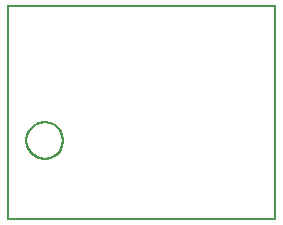
<source format=gko>
G04*
G04 Format:               Gerber RS-274X*
G04 Export Settings:      OSH Park*
G04 Layer:                BoardOutline*
G04 This File Name:       HDMI_QSB_new.gko*
G04 Source File Name:     HDMI_QSB_new.rrb*
G04 Unique ID:            51c3dc83-d7bb-4e2f-9342-59aa85fb2bb0*
G04 Generated Date:       Thursday, 10 August 2017 09:01:58*
G04*
G04 Created Using:        Robot Room Copper Connection v3.0.5875*
G04 Software Contact:     http://www.robotroom.com/CopperConnection/Support.aspx*
G04 License Number:       1880*
G04*
G04 Zero Suppression:     Leading*
G04 Number Precision:     2.4*
G04*
%FSLAX24Y24*%
%MOIN*%
%LNBoardEdge*%
%ADD10R,.006X.006*%
%ADD11R,.007X.007*%
D10*
G01X1233Y3219D02*
X1423Y3189D01*
X1594Y3102D01*
X1729Y2966D01*
X1817Y2795D01*
X1847Y2605D01*
X1817Y2416D01*
X1729Y2245D01*
X1594Y2109D01*
X1423Y2022D01*
X1233Y1992D01*
X1044Y2022D01*
X873Y2109D01*
X737Y2245D01*
X650Y2416D01*
X620Y2605D01*
X650Y2795D01*
X737Y2966D01*
X873Y3102D01*
X1044Y3189D01*
X1233Y3219D01*
D11*
X0Y7087D02*
X8905D01*
Y0D01*
X0D01*
Y7087D01*
M02*

</source>
